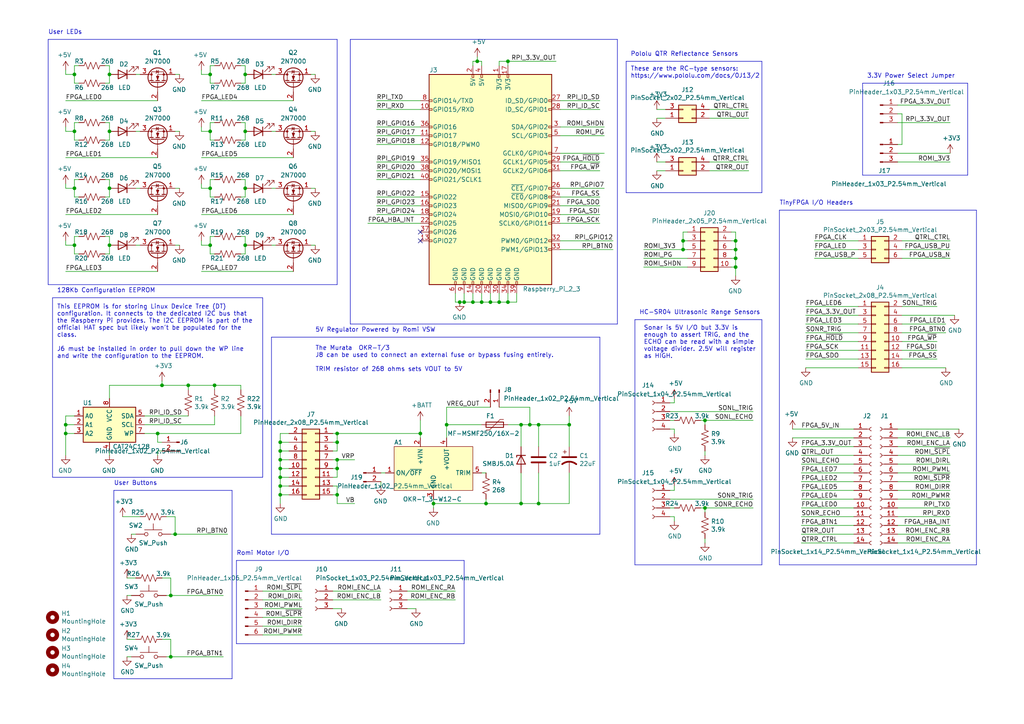
<source format=kicad_sch>
(kicad_sch (version 20230121) (generator eeschema)
  (paper "A4")
  (junction (at 31.75 38.1))
  (junction (at 97.79 135.89))
  (junction (at 198.12 72.39))
  (junction (at 60.96 38.1))
  (junction (at 151.13 123.19))
  (junction (at 54.61 111.76))
  (junction (at 156.21 146.05))
  (junction (at 213.36 72.39))
  (junction (at 213.36 69.85))
  (junction (at 19.05 125.73))
  (junction (at 125.73 146.05))
  (junction (at 81.28 140.97))
  (junction (at 81.28 128.27))
  (junction (at 129.54 123.19))
  (junction (at 60.96 71.12))
  (junction (at 60.96 21.59))
  (junction (at 19.05 123.19))
  (junction (at 81.28 138.43))
  (junction (at 97.79 143.51))
  (junction (at 121.92 125.73))
  (junction (at 31.75 21.59))
  (junction (at 62.23 111.76))
  (junction (at 49.53 172.72))
  (junction (at 71.12 38.1))
  (junction (at 81.28 130.81))
  (junction (at 138.43 17.78))
  (junction (at 147.32 87.63))
  (junction (at 21.59 54.61))
  (junction (at 204.47 147.32))
  (junction (at 21.59 71.12))
  (junction (at 156.21 123.19))
  (junction (at 97.79 128.27))
  (junction (at 31.75 54.61))
  (junction (at 46.99 111.76))
  (junction (at 71.12 71.12))
  (junction (at 204.47 121.92))
  (junction (at 31.75 71.12))
  (junction (at 213.36 74.93))
  (junction (at 213.36 77.47))
  (junction (at 165.1 123.19))
  (junction (at 133.35 87.63))
  (junction (at 140.97 146.05))
  (junction (at 153.67 123.19))
  (junction (at 137.16 87.63))
  (junction (at 134.62 87.63))
  (junction (at 139.7 87.63))
  (junction (at 71.12 54.61))
  (junction (at 45.72 125.73))
  (junction (at 198.12 69.85))
  (junction (at 151.13 146.05))
  (junction (at 21.59 38.1))
  (junction (at 97.79 125.73))
  (junction (at 81.28 135.89))
  (junction (at 81.28 143.51))
  (junction (at 50.8 154.94))
  (junction (at 71.12 21.59))
  (junction (at 147.32 17.78))
  (junction (at 97.79 133.35))
  (junction (at 81.28 133.35))
  (junction (at 49.53 190.5))
  (junction (at 60.96 54.61))
  (junction (at 144.78 87.63))
  (junction (at 142.24 87.63))
  (junction (at 21.59 21.59))
  (no_connect (at 121.92 67.31))
  (no_connect (at 121.92 69.85))
  (wire (pts (xy 205.74 34.29) (xy 217.17 34.29)))
  (wire (pts (xy 87.63 173.99) (xy 76.2 173.99)))
  (wire (pts (xy 96.52 125.73) (xy 97.79 125.73)))
  (wire (pts (xy 139.7 17.78) (xy 139.7 19.05)))
  (wire (pts (xy 233.68 101.6) (xy 248.92 101.6)))
  (wire (pts (xy 198.12 69.85) (xy 198.12 67.31)))
  (wire (pts (xy 45.72 125.73) (xy 69.85 125.73)))
  (wire (pts (xy 151.13 123.19) (xy 153.67 123.19)))
  (wire (pts (xy 38.1 172.72) (xy 36.83 172.72)))
  (polyline (pts (xy 280.67 24.13) (xy 250.19 24.13)))
  (wire (pts (xy 275.59 152.4) (xy 260.35 152.4)))
  (polyline (pts (xy 220.98 92.71) (xy 184.15 92.71)))
  (wire (pts (xy 81.28 130.81) (xy 83.82 130.81)))
  (wire (pts (xy 118.11 176.53) (xy 120.65 176.53)))
  (wire (pts (xy 144.78 19.05) (xy 144.78 17.78)))
  (wire (pts (xy 147.32 19.05) (xy 147.32 17.78)))
  (wire (pts (xy 198.12 67.31) (xy 199.39 67.31)))
  (wire (pts (xy 30.48 68.58) (xy 31.75 68.58)))
  (wire (pts (xy 177.8 69.85) (xy 162.56 69.85)))
  (wire (pts (xy 232.41 137.16) (xy 247.65 137.16)))
  (wire (pts (xy 193.04 34.29) (xy 190.5 34.29)))
  (wire (pts (xy 137.16 87.63) (xy 139.7 87.63)))
  (wire (pts (xy 125.73 146.05) (xy 140.97 146.05)))
  (wire (pts (xy 90.17 71.12) (xy 91.44 71.12)))
  (wire (pts (xy 213.36 74.93) (xy 213.36 77.47)))
  (wire (pts (xy 109.22 36.83) (xy 121.92 36.83)))
  (polyline (pts (xy 67.31 142.24) (xy 33.02 142.24)))
  (wire (pts (xy 60.96 21.59) (xy 60.96 19.05)))
  (wire (pts (xy 217.17 31.75) (xy 205.74 31.75)))
  (wire (pts (xy 109.22 62.23) (xy 121.92 62.23)))
  (polyline (pts (xy 226.06 60.96) (xy 283.21 60.96)))
  (wire (pts (xy 21.59 38.1) (xy 21.59 40.64)))
  (wire (pts (xy 97.79 146.05) (xy 102.87 146.05)))
  (wire (pts (xy 186.69 77.47) (xy 199.39 77.47)))
  (wire (pts (xy 50.8 154.94) (xy 66.04 154.94)))
  (wire (pts (xy 186.69 74.93) (xy 199.39 74.93)))
  (wire (pts (xy 193.04 46.99) (xy 190.5 46.99)))
  (wire (pts (xy 39.37 21.59) (xy 40.64 21.59)))
  (wire (pts (xy 147.32 17.78) (xy 161.29 17.78)))
  (wire (pts (xy 260.35 149.86) (xy 275.59 149.86)))
  (wire (pts (xy 275.59 127) (xy 260.35 127)))
  (wire (pts (xy 153.67 118.11) (xy 153.67 123.19)))
  (wire (pts (xy 194.31 144.78) (xy 218.44 144.78)))
  (wire (pts (xy 204.47 123.19) (xy 204.47 121.92)))
  (wire (pts (xy 203.2 147.32) (xy 204.47 147.32)))
  (wire (pts (xy 175.26 44.45) (xy 162.56 44.45)))
  (wire (pts (xy 31.75 68.58) (xy 31.75 71.12)))
  (wire (pts (xy 232.41 149.86) (xy 247.65 149.86)))
  (wire (pts (xy 81.28 130.81) (xy 81.28 133.35)))
  (wire (pts (xy 19.05 21.59) (xy 19.05 20.32)))
  (wire (pts (xy 39.37 38.1) (xy 40.64 38.1)))
  (wire (pts (xy 139.7 87.63) (xy 139.7 85.09)))
  (wire (pts (xy 260.35 132.08) (xy 275.59 132.08)))
  (wire (pts (xy 260.35 144.78) (xy 275.59 144.78)))
  (wire (pts (xy 21.59 57.15) (xy 22.86 57.15)))
  (wire (pts (xy 260.35 33.02) (xy 261.62 33.02)))
  (wire (pts (xy 109.22 39.37) (xy 121.92 39.37)))
  (wire (pts (xy 30.48 52.07) (xy 31.75 52.07)))
  (wire (pts (xy 144.78 87.63) (xy 147.32 87.63)))
  (wire (pts (xy 21.59 54.61) (xy 19.05 54.61)))
  (wire (pts (xy 232.41 142.24) (xy 247.65 142.24)))
  (wire (pts (xy 45.72 78.74) (xy 19.05 78.74)))
  (wire (pts (xy 96.52 171.45) (xy 110.49 171.45)))
  (wire (pts (xy 274.32 93.98) (xy 261.62 93.98)))
  (wire (pts (xy 233.68 106.68) (xy 248.92 106.68)))
  (wire (pts (xy 140.97 146.05) (xy 140.97 144.78)))
  (wire (pts (xy 49.53 185.42) (xy 49.53 190.5)))
  (wire (pts (xy 83.82 138.43) (xy 81.28 138.43)))
  (polyline (pts (xy 220.98 163.83) (xy 220.98 92.71)))
  (wire (pts (xy 96.52 143.51) (xy 97.79 143.51)))
  (wire (pts (xy 21.59 71.12) (xy 21.59 73.66)))
  (wire (pts (xy 78.74 54.61) (xy 80.01 54.61)))
  (wire (pts (xy 31.75 130.81) (xy 31.75 132.08)))
  (polyline (pts (xy 134.62 186.69) (xy 134.62 162.56)))
  (wire (pts (xy 71.12 73.66) (xy 69.85 73.66)))
  (polyline (pts (xy 179.07 11.43) (xy 101.6 11.43)))
  (wire (pts (xy 260.35 134.62) (xy 275.59 134.62)))
  (wire (pts (xy 261.62 101.6) (xy 271.78 101.6)))
  (wire (pts (xy 60.96 21.59) (xy 58.42 21.59)))
  (wire (pts (xy 162.56 57.15) (xy 173.99 57.15)))
  (polyline (pts (xy 250.19 50.8) (xy 280.67 50.8)))
  (wire (pts (xy 21.59 73.66) (xy 22.86 73.66)))
  (wire (pts (xy 96.52 176.53) (xy 99.06 176.53)))
  (wire (pts (xy 54.61 111.76) (xy 54.61 113.03)))
  (wire (pts (xy 71.12 35.56) (xy 71.12 38.1)))
  (wire (pts (xy 96.52 128.27) (xy 97.79 128.27)))
  (wire (pts (xy 85.09 62.23) (xy 58.42 62.23)))
  (wire (pts (xy 31.75 54.61) (xy 31.75 57.15)))
  (polyline (pts (xy 78.74 154.94) (xy 173.99 154.94)))
  (wire (pts (xy 109.22 57.15) (xy 121.92 57.15)))
  (polyline (pts (xy 68.58 162.56) (xy 68.58 186.69)))
  (wire (pts (xy 19.05 120.65) (xy 19.05 123.19)))
  (wire (pts (xy 175.26 54.61) (xy 162.56 54.61)))
  (wire (pts (xy 173.99 49.53) (xy 162.56 49.53)))
  (wire (pts (xy 60.96 71.12) (xy 60.96 73.66)))
  (wire (pts (xy 138.43 17.78) (xy 139.7 17.78)))
  (polyline (pts (xy 13.97 82.55) (xy 97.79 82.55)))
  (wire (pts (xy 139.7 137.16) (xy 140.97 137.16)))
  (wire (pts (xy 21.59 24.13) (xy 22.86 24.13)))
  (polyline (pts (xy 97.79 11.43) (xy 13.97 11.43)))
  (wire (pts (xy 58.42 54.61) (xy 58.42 53.34)))
  (wire (pts (xy 194.31 119.38) (xy 218.44 119.38)))
  (wire (pts (xy 134.62 87.63) (xy 137.16 87.63)))
  (wire (pts (xy 162.56 62.23) (xy 173.99 62.23)))
  (polyline (pts (xy 15.24 86.36) (xy 15.24 138.43)))
  (wire (pts (xy 213.36 72.39) (xy 213.36 74.93)))
  (wire (pts (xy 153.67 123.19) (xy 156.21 123.19)))
  (wire (pts (xy 83.82 143.51) (xy 81.28 143.51)))
  (wire (pts (xy 109.22 46.99) (xy 121.92 46.99)))
  (wire (pts (xy 260.35 41.91) (xy 261.62 41.91)))
  (wire (pts (xy 125.73 144.78) (xy 125.73 146.05)))
  (wire (pts (xy 149.86 87.63) (xy 149.86 85.09)))
  (wire (pts (xy 261.62 99.06) (xy 271.78 99.06)))
  (wire (pts (xy 21.59 71.12) (xy 21.59 68.58)))
  (wire (pts (xy 39.37 154.94) (xy 38.1 154.94)))
  (wire (pts (xy 45.72 128.27) (xy 45.72 125.73)))
  (wire (pts (xy 217.17 46.99) (xy 205.74 46.99)))
  (wire (pts (xy 142.24 87.63) (xy 144.78 87.63)))
  (wire (pts (xy 275.59 157.48) (xy 260.35 157.48)))
  (wire (pts (xy 81.28 128.27) (xy 83.82 128.27)))
  (wire (pts (xy 90.17 21.59) (xy 91.44 21.59)))
  (polyline (pts (xy 15.24 138.43) (xy 76.2 138.43)))
  (wire (pts (xy 97.79 125.73) (xy 97.79 128.27)))
  (wire (pts (xy 261.62 96.52) (xy 274.32 96.52)))
  (wire (pts (xy 41.91 125.73) (xy 45.72 125.73)))
  (wire (pts (xy 147.32 123.19) (xy 151.13 123.19)))
  (wire (pts (xy 81.28 125.73) (xy 83.82 125.73)))
  (wire (pts (xy 54.61 111.76) (xy 62.23 111.76)))
  (wire (pts (xy 97.79 143.51) (xy 97.79 140.97)))
  (wire (pts (xy 151.13 129.54) (xy 151.13 123.19)))
  (wire (pts (xy 21.59 54.61) (xy 21.59 52.07)))
  (wire (pts (xy 45.72 130.81) (xy 45.72 132.08)))
  (wire (pts (xy 97.79 135.89) (xy 97.79 133.35)))
  (polyline (pts (xy 184.15 92.71) (xy 184.15 163.83)))
  (wire (pts (xy 194.31 142.24) (xy 195.58 142.24)))
  (wire (pts (xy 19.05 125.73) (xy 19.05 132.08)))
  (wire (pts (xy 162.56 46.99) (xy 173.99 46.99)))
  (wire (pts (xy 21.59 120.65) (xy 19.05 120.65)))
  (wire (pts (xy 60.96 68.58) (xy 62.23 68.58)))
  (wire (pts (xy 232.41 157.48) (xy 247.65 157.48)))
  (wire (pts (xy 19.05 54.61) (xy 19.05 53.34)))
  (wire (pts (xy 121.92 125.73) (xy 121.92 127)))
  (wire (pts (xy 21.59 21.59) (xy 21.59 24.13)))
  (wire (pts (xy 83.82 135.89) (xy 81.28 135.89)))
  (wire (pts (xy 50.8 38.1) (xy 52.07 38.1)))
  (polyline (pts (xy 250.19 24.13) (xy 250.19 50.8)))
  (wire (pts (xy 31.75 111.76) (xy 46.99 111.76)))
  (wire (pts (xy 76.2 171.45) (xy 87.63 171.45)))
  (wire (pts (xy 69.85 68.58) (xy 71.12 68.58)))
  (wire (pts (xy 81.28 138.43) (xy 81.28 140.97)))
  (wire (pts (xy 30.48 19.05) (xy 31.75 19.05)))
  (wire (pts (xy 31.75 40.64) (xy 30.48 40.64)))
  (wire (pts (xy 110.49 139.7) (xy 110.49 140.97)))
  (wire (pts (xy 31.75 35.56) (xy 31.75 38.1)))
  (wire (pts (xy 60.96 35.56) (xy 62.23 35.56)))
  (wire (pts (xy 156.21 129.54) (xy 156.21 123.19)))
  (wire (pts (xy 260.35 35.56) (xy 275.59 35.56)))
  (wire (pts (xy 60.96 52.07) (xy 62.23 52.07)))
  (wire (pts (xy 60.96 38.1) (xy 60.96 35.56)))
  (wire (pts (xy 147.32 85.09) (xy 147.32 87.63)))
  (wire (pts (xy 97.79 140.97) (xy 96.52 140.97)))
  (wire (pts (xy 19.05 123.19) (xy 21.59 123.19)))
  (wire (pts (xy 132.08 173.99) (xy 118.11 173.99)))
  (wire (pts (xy 83.82 133.35) (xy 81.28 133.35)))
  (wire (pts (xy 69.85 111.76) (xy 69.85 113.03)))
  (wire (pts (xy 62.23 123.19) (xy 62.23 120.65)))
  (wire (pts (xy 109.22 41.91) (xy 121.92 41.91)))
  (wire (pts (xy 31.75 21.59) (xy 31.75 24.13)))
  (wire (pts (xy 71.12 38.1) (xy 71.12 40.64)))
  (wire (pts (xy 109.22 29.21) (xy 121.92 29.21)))
  (wire (pts (xy 213.36 77.47) (xy 213.36 80.01)))
  (wire (pts (xy 260.35 30.48) (xy 275.59 30.48)))
  (wire (pts (xy 175.26 39.37) (xy 162.56 39.37)))
  (wire (pts (xy 137.16 85.09) (xy 137.16 87.63)))
  (wire (pts (xy 275.59 137.16) (xy 260.35 137.16)))
  (wire (pts (xy 36.83 167.64) (xy 39.37 167.64)))
  (wire (pts (xy 21.59 54.61) (xy 21.59 57.15)))
  (polyline (pts (xy 97.79 82.55) (xy 97.79 11.43)))
  (wire (pts (xy 195.58 149.86) (xy 195.58 151.13)))
  (wire (pts (xy 21.59 21.59) (xy 21.59 19.05)))
  (wire (pts (xy 60.96 24.13) (xy 62.23 24.13)))
  (wire (pts (xy 233.68 99.06) (xy 248.92 99.06)))
  (wire (pts (xy 97.79 133.35) (xy 96.52 133.35)))
  (wire (pts (xy 248.92 91.44) (xy 233.68 91.44)))
  (wire (pts (xy 45.72 45.72) (xy 19.05 45.72)))
  (wire (pts (xy 21.59 40.64) (xy 22.86 40.64)))
  (polyline (pts (xy 101.6 93.98) (xy 179.07 93.98)))
  (wire (pts (xy 19.05 71.12) (xy 19.05 69.85)))
  (polyline (pts (xy 76.2 86.36) (xy 76.2 138.43)))
  (wire (pts (xy 76.2 181.61) (xy 87.63 181.61)))
  (wire (pts (xy 21.59 52.07) (xy 22.86 52.07)))
  (wire (pts (xy 46.99 167.64) (xy 49.53 167.64)))
  (wire (pts (xy 81.28 125.73) (xy 81.28 128.27)))
  (polyline (pts (xy 76.2 86.36) (xy 15.24 86.36)))
  (wire (pts (xy 97.79 128.27) (xy 97.79 130.81)))
  (wire (pts (xy 41.91 120.65) (xy 54.61 120.65)))
  (wire (pts (xy 45.72 62.23) (xy 19.05 62.23)))
  (wire (pts (xy 165.1 120.65) (xy 165.1 123.19)))
  (wire (pts (xy 97.79 138.43) (xy 97.79 135.89)))
  (wire (pts (xy 81.28 128.27) (xy 81.28 130.81)))
  (wire (pts (xy 45.72 29.21) (xy 19.05 29.21)))
  (wire (pts (xy 195.58 124.46) (xy 195.58 125.73)))
  (wire (pts (xy 85.09 29.21) (xy 58.42 29.21)))
  (wire (pts (xy 36.83 185.42) (xy 39.37 185.42)))
  (polyline (pts (xy 280.67 50.8) (xy 280.67 24.13)))
  (wire (pts (xy 132.08 87.63) (xy 133.35 87.63)))
  (wire (pts (xy 212.09 74.93) (xy 213.36 74.93)))
  (wire (pts (xy 133.35 87.63) (xy 134.62 87.63)))
  (wire (pts (xy 162.56 59.69) (xy 173.99 59.69)))
  (wire (pts (xy 232.41 134.62) (xy 247.65 134.62)))
  (wire (pts (xy 71.12 21.59) (xy 71.12 24.13)))
  (wire (pts (xy 45.72 130.81) (xy 46.99 130.81)))
  (wire (pts (xy 69.85 19.05) (xy 71.12 19.05)))
  (wire (pts (xy 195.58 142.24) (xy 195.58 140.97)))
  (wire (pts (xy 213.36 69.85) (xy 213.36 72.39)))
  (wire (pts (xy 31.75 115.57) (xy 31.75 111.76)))
  (wire (pts (xy 140.97 146.05) (xy 151.13 146.05)))
  (wire (pts (xy 232.41 144.78) (xy 247.65 144.78)))
  (wire (pts (xy 247.65 124.46) (xy 229.87 124.46)))
  (wire (pts (xy 110.49 173.99) (xy 96.52 173.99)))
  (wire (pts (xy 21.59 68.58) (xy 22.86 68.58)))
  (wire (pts (xy 129.54 123.19) (xy 139.7 123.19)))
  (wire (pts (xy 134.62 85.09) (xy 134.62 87.63)))
  (wire (pts (xy 49.53 190.5) (xy 64.77 190.5)))
  (wire (pts (xy 261.62 33.02) (xy 261.62 41.91)))
  (wire (pts (xy 204.47 157.48) (xy 204.47 156.21)))
  (wire (pts (xy 213.36 67.31) (xy 213.36 69.85)))
  (wire (pts (xy 204.47 148.59) (xy 204.47 147.32)))
  (wire (pts (xy 142.24 118.11) (xy 129.54 118.11)))
  (wire (pts (xy 60.96 19.05) (xy 62.23 19.05)))
  (wire (pts (xy 87.63 184.15) (xy 76.2 184.15)))
  (wire (pts (xy 132.08 85.09) (xy 132.08 87.63)))
  (wire (pts (xy 194.31 149.86) (xy 195.58 149.86)))
  (wire (pts (xy 204.47 132.08) (xy 204.47 130.81)))
  (wire (pts (xy 97.79 130.81) (xy 96.52 130.81)))
  (polyline (pts (xy 78.74 97.79) (xy 78.74 154.94)))
  (wire (pts (xy 31.75 24.13) (xy 30.48 24.13)))
  (wire (pts (xy 71.12 24.13) (xy 69.85 24.13)))
  (wire (pts (xy 204.47 147.32) (xy 218.44 147.32)))
  (wire (pts (xy 71.12 52.07) (xy 71.12 54.61)))
  (wire (pts (xy 121.92 121.92) (xy 121.92 125.73)))
  (wire (pts (xy 194.31 116.84) (xy 195.58 116.84)))
  (wire (pts (xy 83.82 140.97) (xy 81.28 140.97)))
  (wire (pts (xy 81.28 133.35) (xy 81.28 135.89)))
  (wire (pts (xy 90.17 38.1) (xy 91.44 38.1)))
  (wire (pts (xy 31.75 73.66) (xy 30.48 73.66)))
  (wire (pts (xy 247.65 129.54) (xy 232.41 129.54)))
  (wire (pts (xy 232.41 152.4) (xy 247.65 152.4)))
  (wire (pts (xy 132.08 171.45) (xy 118.11 171.45)))
  (wire (pts (xy 109.22 31.75) (xy 121.92 31.75)))
  (wire (pts (xy 186.69 72.39) (xy 198.12 72.39)))
  (wire (pts (xy 233.68 93.98) (xy 248.92 93.98)))
  (wire (pts (xy 71.12 40.64) (xy 69.85 40.64)))
  (wire (pts (xy 193.04 49.53) (xy 190.5 49.53)))
  (wire (pts (xy 81.28 140.97) (xy 81.28 143.51)))
  (wire (pts (xy 232.41 147.32) (xy 247.65 147.32)))
  (wire (pts (xy 121.92 64.77) (xy 106.68 64.77)))
  (wire (pts (xy 232.41 132.08) (xy 247.65 132.08)))
  (wire (pts (xy 212.09 69.85) (xy 213.36 69.85)))
  (wire (pts (xy 260.35 46.99) (xy 275.59 46.99)))
  (polyline (pts (xy 181.61 17.78) (xy 181.61 55.88)))
  (wire (pts (xy 151.13 146.05) (xy 151.13 137.16)))
  (wire (pts (xy 144.78 17.78) (xy 147.32 17.78)))
  (wire (pts (xy 151.13 146.05) (xy 156.21 146.05)))
  (wire (pts (xy 60.96 73.66) (xy 62.23 73.66)))
  (wire (pts (xy 21.59 35.56) (xy 22.86 35.56)))
  (wire (pts (xy 81.28 143.51) (xy 81.28 146.05)))
  (polyline (pts (xy 134.62 162.56) (xy 68.58 162.56)))
  (wire (pts (xy 60.96 54.61) (xy 58.42 54.61)))
  (wire (pts (xy 195.58 147.32) (xy 194.31 147.32)))
  (wire (pts (xy 69.85 125.73) (xy 69.85 120.65)))
  (wire (pts (xy 85.09 78.74) (xy 58.42 78.74)))
  (wire (pts (xy 62.23 111.76) (xy 69.85 111.76)))
  (wire (pts (xy 21.59 38.1) (xy 21.59 35.56)))
  (wire (pts (xy 147.32 87.63) (xy 149.86 87.63)))
  (wire (pts (xy 39.37 54.61) (xy 40.64 54.61)))
  (wire (pts (xy 156.21 123.19) (xy 165.1 123.19)))
  (wire (pts (xy 121.92 59.69) (xy 109.22 59.69)))
  (wire (pts (xy 204.47 121.92) (xy 218.44 121.92)))
  (wire (pts (xy 129.54 127) (xy 129.54 123.19)))
  (wire (pts (xy 46.99 111.76) (xy 54.61 111.76)))
  (wire (pts (xy 71.12 68.58) (xy 71.12 71.12)))
  (wire (pts (xy 49.53 154.94) (xy 50.8 154.94)))
  (wire (pts (xy 60.96 38.1) (xy 58.42 38.1)))
  (wire (pts (xy 60.96 21.59) (xy 60.96 24.13)))
  (polyline (pts (xy 220.98 17.78) (xy 220.98 55.88)))
  (wire (pts (xy 71.12 19.05) (xy 71.12 21.59)))
  (polyline (pts (xy 283.21 163.83) (xy 226.06 163.83)))
  (wire (pts (xy 60.96 54.61) (xy 60.96 52.07)))
  (wire (pts (xy 261.62 104.14) (xy 271.78 104.14)))
  (wire (pts (xy 194.31 121.92) (xy 195.58 121.92)))
  (wire (pts (xy 248.92 72.39) (xy 236.22 72.39)))
  (wire (pts (xy 58.42 21.59) (xy 58.42 20.32)))
  (wire (pts (xy 78.74 38.1) (xy 80.01 38.1)))
  (polyline (pts (xy 173.99 97.79) (xy 173.99 154.94)))
  (wire (pts (xy 199.39 69.85) (xy 198.12 69.85)))
  (wire (pts (xy 248.92 69.85) (xy 236.22 69.85)))
  (wire (pts (xy 125.73 146.05) (xy 125.73 147.32)))
  (wire (pts (xy 81.28 135.89) (xy 81.28 138.43)))
  (polyline (pts (xy 226.06 60.96) (xy 226.06 163.83)))
  (wire (pts (xy 96.52 138.43) (xy 97.79 138.43)))
  (polyline (pts (xy 68.58 186.69) (xy 134.62 186.69)))
  (wire (pts (xy 69.85 35.56) (xy 71.12 35.56)))
  (wire (pts (xy 48.26 172.72) (xy 49.53 172.72)))
  (wire (pts (xy 137.16 17.78) (xy 138.43 17.78)))
  (wire (pts (xy 78.74 21.59) (xy 80.01 21.59)))
  (wire (pts (xy 261.62 106.68) (xy 274.32 106.68)))
  (wire (pts (xy 30.48 35.56) (xy 31.75 35.56)))
  (wire (pts (xy 87.63 179.07) (xy 76.2 179.07)))
  (wire (pts (xy 275.59 142.24) (xy 260.35 142.24)))
  (polyline (pts (xy 181.61 55.88) (xy 220.98 55.88)))
  (wire (pts (xy 58.42 71.12) (xy 58.42 69.85)))
  (wire (pts (xy 110.49 137.16) (xy 111.76 137.16)))
  (wire (pts (xy 71.12 54.61) (xy 71.12 57.15)))
  (wire (pts (xy 50.8 149.86) (xy 50.8 154.94)))
  (wire (pts (xy 50.8 21.59) (xy 52.07 21.59)))
  (wire (pts (xy 233.68 88.9) (xy 248.92 88.9)))
  (polyline (pts (xy 184.15 163.83) (xy 220.98 163.83)))
  (wire (pts (xy 97.79 143.51) (xy 97.79 146.05)))
  (wire (pts (xy 156.21 146.05) (xy 165.1 146.05)))
  (polyline (pts (xy 33.02 196.85) (xy 67.31 196.85)))
  (wire (pts (xy 212.09 77.47) (xy 213.36 77.47)))
  (wire (pts (xy 260.35 139.7) (xy 275.59 139.7)))
  (wire (pts (xy 232.41 139.7) (xy 247.65 139.7)))
  (wire (pts (xy 156.21 137.16) (xy 156.21 146.05)))
  (wire (pts (xy 48.26 149.86) (xy 50.8 149.86)))
  (wire (pts (xy 142.24 85.09) (xy 142.24 87.63)))
  (wire (pts (xy 195.58 116.84) (xy 195.58 115.57)))
  (wire (pts (xy 21.59 38.1) (xy 19.05 38.1)))
  (wire (pts (xy 165.1 146.05) (xy 165.1 137.16)))
  (wire (pts (xy 48.26 190.5) (xy 49.53 190.5)))
  (wire (pts (xy 60.96 57.15) (xy 62.23 57.15)))
  (wire (pts (xy 212.09 72.39) (xy 213.36 72.39)))
  (wire (pts (xy 261.62 69.85) (xy 275.59 69.85)))
  (wire (pts (xy 46.99 110.49) (xy 46.99 111.76)))
  (wire (pts (xy 212.09 67.31) (xy 213.36 67.31)))
  (wire (pts (xy 275.59 44.45) (xy 260.35 44.45)))
  (wire (pts (xy 139.7 87.63) (xy 142.24 87.63)))
  (wire (pts (xy 261.62 91.44) (xy 276.86 91.44)))
  (wire (pts (xy 76.2 176.53) (xy 87.63 176.53)))
  (wire (pts (xy 31.75 38.1) (xy 31.75 40.64)))
  (wire (pts (xy 71.12 57.15) (xy 69.85 57.15)))
  (polyline (pts (xy 101.6 11.43) (xy 101.6 93.98)))
  (wire (pts (xy 31.75 57.15) (xy 30.48 57.15)))
  (wire (pts (xy 49.53 167.64) (xy 49.53 172.72)))
  (wire (pts (xy 198.12 72.39) (xy 198.12 69.85)))
  (wire (pts (xy 173.99 64.77) (xy 162.56 64.77)))
  (wire (pts (xy 45.72 128.27) (xy 46.99 128.27)))
  (wire (pts (xy 50.8 54.61) (xy 52.07 54.61)))
  (wire (pts (xy 275.59 129.54) (xy 260.35 129.54)))
  (wire (pts (xy 260.35 124.46) (xy 278.13 124.46)))
  (wire (pts (xy 261.62 74.93) (xy 275.59 74.93)))
  (wire (pts (xy 194.31 124.46) (xy 195.58 124.46)))
  (wire (pts (xy 19.05 123.19) (xy 19.05 125.73)))
  (wire (pts (xy 38.1 190.5) (xy 36.83 190.5)))
  (wire (pts (xy 60.96 71.12) (xy 58.42 71.12)))
  (wire (pts (xy 193.04 31.75) (xy 190.5 31.75)))
  (wire (pts (xy 144.78 118.11) (xy 153.67 118.11)))
  (wire (pts (xy 60.96 38.1) (xy 60.96 40.64)))
  (wire (pts (xy 177.8 72.39) (xy 162.56 72.39)))
  (wire (pts (xy 109.22 52.07) (xy 121.92 52.07)))
  (wire (pts (xy 19.05 38.1) (xy 19.05 36.83)))
  (wire (pts (xy 50.8 71.12) (xy 52.07 71.12)))
  (polyline (pts (xy 13.97 11.43) (xy 13.97 82.55)))
  (polyline (pts (xy 67.31 196.85) (xy 67.31 142.24)))
  (wire (pts (xy 90.17 54.61) (xy 91.44 54.61)))
  (wire (pts (xy 247.65 127) (xy 229.87 127)))
  (wire (pts (xy 21.59 71.12) (xy 19.05 71.12)))
  (wire (pts (xy 97.79 125.73) (xy 121.92 125.73)))
  (wire (pts (xy 46.99 185.42) (xy 49.53 185.42)))
  (wire (pts (xy 261.62 88.9) (xy 271.78 88.9)))
  (wire (pts (xy 69.85 52.07) (xy 71.12 52.07)))
  (wire (pts (xy 58.42 38.1) (xy 58.42 36.83)))
  (polyline (pts (xy 33.02 142.24) (xy 33.02 196.85)))
  (wire (pts (xy 62.23 113.03) (xy 62.23 111.76)))
  (wire (pts (xy 162.56 31.75) (xy 173.99 31.75)))
  (wire (pts (xy 60.96 54.61) (xy 60.96 57.15)))
  (wire (pts (xy 71.12 71.12) (xy 71.12 73.66)))
  (wire (pts (xy 261.62 72.39) (xy 275.59 72.39)))
  (wire (pts (xy 97.79 133.35) (xy 102.87 133.35)))
  (polyline (pts (xy 179.07 93.98) (xy 179.07 11.43)))
  (wire (pts (xy 21.59 19.05) (xy 22.86 19.05)))
  (wire (pts (xy 203.2 121.92) (xy 204.47 121.92)))
  (polyline (pts (xy 283.21 60.96) (xy 283.21 163.83)))
  (wire (pts (xy 96.52 135.89) (xy 97.79 135.89)))
  (wire (pts (xy 21.59 21.59) (xy 19.05 21.59)))
  (wire (pts (xy 248.92 104.14) (xy 233.68 104.14)))
  (wire (pts (xy 144.78 85.09) (xy 144.78 87.63)))
  (wire (pts (xy 233.68 96.52) (xy 248.92 96.52)))
  (wire (pts (xy 60.96 40.64) (xy 62.23 40.64)))
  (wire (pts (xy 138.43 16.51) (xy 138.43 17.78)))
  (wire (pts (xy 275.59 147.32) (xy 260.35 147.32)))
  (wire (pts (xy 165.1 123.19) (xy 165.1 129.54)))
  (wire (pts (xy 199.39 72.39) (xy 198.12 72.39)))
  (wire (pts (xy 31.75 52.07) (xy 31.75 54.61)))
  (wire (pts (xy 275.59 154.94) (xy 260.35 154.94)))
  (wire (pts (xy 175.26 36.83) (xy 162.56 36.83)))
  (polyline (pts (xy 173.99 97.79) (xy 78.74 97.79)))
  (wire (pts (xy 205.74 49.53) (xy 217.17 49.53)))
  (wire (pts (xy 232.41 154.94) (xy 247.65 154.94)))
  (wire (pts (xy 39.37 71.12) (xy 40.64 71.12)))
  (wire (pts (xy 85.09 45.72) (xy 58.42 45.72)))
  (wire (pts (xy 31.75 71.12) (xy 31.75 73.66)))
  (wire (pts (xy 162.56 29.21) (xy 173.99 29.21)))
  (wire (pts (xy 137.16 19.05) (xy 137.16 17.78)))
  (wire (pts (xy 109.22 49.53) (xy 121.92 49.53)))
  (wire (pts (xy 31.75 19.05) (xy 31.75 21.59)))
  (wire (pts (xy 129.54 118.11) (xy 129.54 123.19)))
  (wire (pts (xy 35.56 149.86) (xy 40.64 149.86)))
  (wire (pts (xy 21.59 125.73) (xy 19.05 125.73)))
  (wire (pts (xy 41.91 123.19) (xy 62.23 123.19)))
  (polyline (pts (xy 181.61 17.78) (xy 220.98 17.78)))
  (wire (pts (xy 60.96 71.12) (xy 60.96 68.58)))
  (wire (pts (xy 49.53 172.72) (xy 64.77 172.72)))
  (wire (pts (xy 78.74 71.12) (xy 80.01 71.12)))
  (wire (pts (xy 236.22 74.93) (xy 248.92 74.93)))
  (text "This EEPROM is for storing Linux Device Tree (DT)\nconfiguration. It connects to the dedicated I2C bus that\nthe Raspberry Pi provides. The I2C EEPROM is part of the\nofficial HAT spec but likely won't be populated for the\nclass.\n\nJ6 must be installed in order to pull down the WP line\nand write the configuration to the EEPROM." (at 16.51 104.14 0) (effects (font (size 1.27 1.27)) (justify left bottom)))
  (text "These are the RC-type sensors:\nhttps://www.pololu.com/docs/0J13/2" (at 182.88 22.86 0) (effects (font (size 1.27 1.27)) (justify left bottom)))
  (text "3.3V Power Select Jumper" (at 251.46 22.86 0) (effects (font (size 1.27 1.27)) (justify left bottom)))
  (text "HC-SR04 Ultrasonic Range Sensors" (at 185.42 91.44 0) (effects (font (size 1.27 1.27)) (justify left bottom)))
  (text "User Buttons" (at 33.02 140.97 0) (effects (font (size 1.27 1.27)) (justify left bottom)))
  (text "128Kb Configuration EEPROM" (at 16.51 85.09 0) (effects (font (size 1.27 1.27)) (justify left bottom)))
  (text "5V Regulator Powered by Romi VSW" (at 91.44 96.52 0) (effects (font (size 1.27 1.27)) (justify left bottom)))
  (text "Romi Motor I/O" (at 68.58 161.29 0) (effects (font (size 1.27 1.27)) (justify left bottom)))
  (text "The Murata  OKR-T/3 \nJ8 can be used to connect an external fuse or bypass fusing entirely.\n\nTRIM resistor of 268 ohms sets VOUT to 5V" (at 91.44 107.95 0) (effects (font (size 1.27 1.27)) (justify left bottom)))
  (text "Sonar is 5V I/O but 3.3V is\nenough to assert TRIG, and the\nECHO can be read with a simple\nvoltage divider. 2.5V will register\nas HIGH." (at 186.69 104.14 0) (effects (font (size 1.27 1.27)) (justify left bottom)))
  (text "Pololu QTR Reflectance Sensors" (at 182.88 16.51 0) (effects (font (size 1.27 1.27)) (justify left bottom)))
  (text "TinyFPGA I/O Headers" (at 226.06 59.69 0) (effects (font (size 1.27 1.27)) (justify left bottom)))
  (text "User LEDs" (at 13.97 10.16 0) (effects (font (size 1.27 1.27)) (justify left bottom)))
  (label "RPI_TXD" (at 275.59 147.32 180))
  (label "ROMI_ENC_RA" (at 132.08 171.45 180))
  (label "QTRL_CTRL" (at 275.59 69.85 180))
  (label "RPI_GPIO7" (at 175.26 54.61 180))
  (label "RPI_RXD" (at 275.59 149.86 180))
  (label "ROMI_PWMR" (at 87.63 184.15 180))
  (label "FPGA_USB_N" (at 275.59 74.93 180))
  (label "RPI_ID_SD" (at 173.99 29.21 180))
  (label "ROMI_SHDN" (at 186.69 77.47 0))
  (label "FPGA_SS" (at 173.99 57.15 180))
  (label "QTRL_CTRL" (at 217.17 31.75 180))
  (label "FPGA_~{HOLD}" (at 173.99 46.99 180))
  (label "FPGA_LED4" (at 232.41 144.78 0))
  (label "FPGA_CLK" (at 236.22 69.85 0))
  (label "FPGA_SDI" (at 173.99 62.23 180))
  (label "ROMI_DIRL" (at 275.59 134.62 180))
  (label "ROMI_SHDN" (at 175.26 36.83 180))
  (label "FPGA_LED7" (at 232.41 137.16 0))
  (label "ROMI_DIRL" (at 87.63 173.99 180))
  (label "SONR_TRIG" (at 218.44 144.78 180))
  (label "ROMI_~{SLPL}" (at 275.59 132.08 180))
  (label "FPGA_~{WP}" (at 173.99 49.53 180))
  (label "VRP" (at 102.87 133.35 180))
  (label "RPI_GPIO20" (at 109.22 49.53 0))
  (label "FPGA_BTN1" (at 64.77 190.5 180))
  (label "FPGA_LED4" (at 58.42 29.21 0))
  (label "RPI_GPIO23" (at 109.22 59.69 0))
  (label "FPGA_LED" (at 236.22 72.39 0))
  (label "RPI_GPIO18" (at 109.22 41.91 0))
  (label "FPGA_BTN0" (at 64.77 172.72 180))
  (label "ROMI_PG" (at 186.69 74.93 0))
  (label "RPI_RXD" (at 109.22 31.75 0))
  (label "FPGA_~{WP}" (at 271.78 99.06 180))
  (label "SONR_TRIG" (at 233.68 96.52 0))
  (label "RPI_BTN0" (at 177.8 72.39 180))
  (label "FPGA_3.3V_OUT" (at 233.68 91.44 0))
  (label "FPGA_LED2" (at 19.05 62.23 0))
  (label "RPI_GPIO22" (at 109.22 57.15 0))
  (label "FPGA_USB_P" (at 236.22 74.93 0))
  (label "FPGA_3.3V_OUT" (at 275.59 30.48 180))
  (label "FPGA_3.3V_OUT" (at 232.41 129.54 0))
  (label "FPGA_SCK" (at 173.99 64.77 180))
  (label "SONL_ECHO" (at 218.44 121.92 180))
  (label "RPI_GPIO21" (at 109.22 52.07 0))
  (label "FPGA_LED0" (at 19.05 29.21 0))
  (label "FPGA_LED7" (at 58.42 78.74 0))
  (label "FPGA_LED2" (at 232.41 139.7 0))
  (label "ROMI_ENC_LB" (at 275.59 127 180))
  (label "ROMI_ENC_RA" (at 275.59 157.48 180))
  (label "FPGA_LED6" (at 233.68 88.9 0))
  (label "FPGA_BTN1" (at 232.41 152.4 0))
  (label "ROMI_ENC_LA" (at 275.59 129.54 180))
  (label "FPGA_LED1" (at 274.32 93.98 180))
  (label "ROMI_DIRR" (at 275.59 142.24 180))
  (label "ROMI_~{SLPR}" (at 275.59 139.7 180))
  (label "ROMI_ENC_RB" (at 275.59 154.94 180))
  (label "FPGA_USB_PU" (at 275.59 72.39 180))
  (label "SONL_TRIG" (at 218.44 119.38 180))
  (label "ROMI_DIRR" (at 87.63 181.61 180))
  (label "FPGA_BTN0" (at 274.32 96.52 180))
  (label "RPI_ID_SC" (at 43.18 123.19 0))
  (label "RPI_3.3V_OUT" (at 161.29 17.78 180))
  (label "ROMI_3V3" (at 186.69 72.39 0))
  (label "ROMI_PWML" (at 87.63 176.53 180))
  (label "SONL_TRIG" (at 271.78 88.9 180))
  (label "QTRR_CTRL" (at 232.41 157.48 0))
  (label "RPI_ID_SD" (at 43.18 120.65 0))
  (label "QTRL_OUT" (at 217.17 34.29 180))
  (label "RPI_TXD" (at 109.22 29.21 0))
  (label "QTRR_CTRL" (at 217.17 46.99 180))
  (label "ROMI_3V3" (at 275.59 46.99 180))
  (label "VB" (at 102.87 146.05 180))
  (label "FPGA_LED0" (at 232.41 147.32 0))
  (label "ROMI_~{SLPL}" (at 87.63 171.45 180))
  (label "QTRR_OUT" (at 232.41 154.94 0))
  (label "ROMI_PWML" (at 275.59 137.16 180))
  (label "FPGA_LED6" (at 58.42 62.23 0))
  (label "FPGA_~{HOLD}" (at 233.68 99.06 0))
  (label "FPGA_LED5" (at 232.41 142.24 0))
  (label "RPI_GPIO12" (at 177.8 69.85 180))
  (label "FPGA_SDO" (at 233.68 104.14 0))
  (label "VREG_OUT" (at 129.54 118.11 0))
  (label "FPGA_LED5" (at 58.42 45.72 0))
  (label "FPGA_SS" (at 271.78 104.14 180))
  (label "FPGA_LED1" (at 19.05 45.72 0))
  (label "FPGA_HBA_INT" (at 106.68 64.77 0))
  (label "ROMI_ENC_LB" (at 110.49 173.99 180))
  (label "RPI_GPIO24" (at 109.22 62.23 0))
  (label "ROMI_ENC_RB" (at 132.08 173.99 180))
  (label "RPI_ID_SC" (at 173.99 31.75 180))
  (label "SONR_ECHO" (at 218.44 147.32 180))
  (label "ROMI_~{SLPR}" (at 87.63 179.07 180))
  (label "FPGA_SDI" (at 271.78 101.6 180))
  (label "FPGA_LED3" (at 19.05 78.74 0))
  (label "RPI_3.3V_OUT" (at 275.59 35.56 180))
  (label "FPGA_SDO" (at 173.99 59.69 180))
  (label "ROMI_ENC_LA" (at 110.49 171.45 180))
  (label "RPI_GPIO17" (at 109.22 39.37 0))
  (label "SONR_ECHO" (at 232.41 149.86 0))
  (label "RPI_GPIO16" (at 109.22 36.83 0))
  (label "ROMI_PWMR" (at 275.59 144.78 180))
  (label "RPI_GPIO19" (at 109.22 46.99 0))
  (label "SONL_ECHO" (at 232.41 134.62 0))
  (label "QTRL_OUT" (at 232.41 132.08 0))
  (label "FPGA_SCK" (at 233.68 101.6 0))
  (label "FPGA_5V_IN" (at 232.41 124.46 0))
  (label "FPGA_LED3" (at 233.68 93.98 0))
  (label "RPI_BTN0" (at 66.04 154.94 180))
  (label "FPGA_HBA_INT" (at 275.59 152.4 180))
  (label "QTRR_OUT" (at 217.17 49.53 180))
  (label "ROMI_PG" (at 175.26 39.37 180))
  (symbol (lib_id "Connector:Raspberry_Pi_2_3") (at 142.24 52.07 0) (unit 1)
    (property "Reference" "J3" (at 125.73 20.32 0))
    (property "Value" "Raspberry_Pi_2_3" (at 160.02 83.82 0))
    (property "Footprint" "Connector_PinSocket_2.54mm:PinSocket_2x20_P2.54mm_Horizontal" (effects hide))
    (property "Datasheet" "https://www.raspberrypi.org/documentation/hardware/raspberrypi/schematics/rpi_SCH_3bplus_1p0_reduced.pdf" (effects hide))
  )
  (symbol (lib_id "tinyfpga-raspi-romi-board-rescue:Conn_01x14_Female-Connector") (at 252.73 139.7 0) (unit 1)
    (property "Reference" "J2" (at 251.46 120.65 0))
    (property "Value" "PinSocket_1x14_P2.54mm_Vertical" (at 240.03 160.02 0))
    (property "Footprint" "Connector_PinSocket_2.54mm:PinSocket_1x14_P2.54mm_Vertical" (effects hide))
  )
  (symbol (lib_id "tinyfpga-raspi-romi-board-rescue:Conn_01x14_Female-Connector") (at 255.27 139.7 0) (mirror y) (unit 1)
    (property "Reference" "J1" (at 256.54 120.65 0))
    (property "Value" "PinSocket_1x14_P2.54mm_Vertical" (at 267.97 160.02 0))
    (property "Footprint" "Connector_PinSocket_2.54mm:PinSocket_1x14_P2.54mm_Vertical" (effects hide))
  )
  (symbol (lib_id "Connector_Generic:Conn_02x08_Odd_Even") (at 254 96.52 0) (unit 1)
    (property "Reference" "J4" (at 255.27 83.3882 0))
    (property "Value" "PinSocket_2x08_P2.54mm_Vertical" (at 255.27 85.6996 0))
    (property "Footprint" "Connector_PinSocket_2.54mm:PinSocket_2x08_P2.54mm_Vertical" (effects hide))
  )
  (symbol (lib_id "Connector_Generic:Conn_02x03_Odd_Even") (at 254 72.39 0) (unit 1)
    (property "Reference" "J5" (at 255.27 64.3382 0))
    (property "Value" "PinSocket_2x03_P2.54mm_Vertical" (at 255.27 66.6496 0))
    (property "Footprint" "Connector_PinSocket_2.54mm:PinSocket_2x03_P2.54mm_Vertical" (effects hide))
  )
  (symbol (lib_id "tinyfpga-raspi-romi-board-rescue:OKR-T_3-W12-C-custom") (at 125.73 135.89 0) (unit 1)
    (property "Reference" "A1" (at 114.3 128.27 0) (effects (justify left)))
    (property "Value" "OKR-T_3-W12-C" (at 116.84 144.78 0) (effects (justify left)))
    (property "Footprint" "custom:Murata_OKR-T-3_P73" (effects hide))
    (property "Datasheet" "https://power.murata.com/data/power/okr-t3-w12.pdf" (effects hide))
  )
  (symbol (lib_id "Memory_EEPROM:CAT24C128") (at 31.75 123.19 0) (unit 1)
    (property "Reference" "U1" (at 25.4 116.84 0))
    (property "Value" "CAT24C128" (at 38.1 129.54 0))
    (property "Footprint" "Package_SO:SOIC-8_3.9x4.9mm_P1.27mm" (effects hide))
    (property "Datasheet" "https://www.onsemi.com/pub/Collateral/CAT24C128-D.PDF" (effects hide))
  )
  (symbol (lib_id "power:GND") (at 19.05 132.08 0) (mirror y) (unit 1)
    (property "Reference" "#PWR05" (effects hide))
    (property "Value" "GND" (at 18.923 136.4742 0))
  )
  (symbol (lib_id "power:GND") (at 31.75 132.08 0) (mirror y) (unit 1)
    (property "Reference" "#PWR06" (effects hide))
    (property "Value" "GND" (at 31.623 136.4742 0))
  )
  (symbol (lib_id "Device:R_US") (at 54.61 116.84 180) (unit 1)
    (property "Reference" "R1" (at 56.3372 115.6716 0) (effects (justify right)))
    (property "Value" "3.9k" (at 56.3372 117.983 0) (effects (justify right)))
    (property "Footprint" "Resistor_THT:R_Axial_DIN0204_L3.6mm_D1.6mm_P2.54mm_Vertical" (effects hide))
  )
  (symbol (lib_id "Device:R_US") (at 62.23 116.84 180) (unit 1)
    (property "Reference" "R2" (at 63.9572 115.6716 0) (effects (justify right)))
    (property "Value" "3.9k" (at 63.9572 117.983 0) (effects (justify right)))
    (property "Footprint" "Resistor_THT:R_Axial_DIN0204_L3.6mm_D1.6mm_P2.54mm_Vertical" (effects hide))
  )
  (symbol (lib_id "power:GND") (at 229.87 127 0) (mirror y) (unit 1)
    (property "Reference" "#PWR03" (effects hide))
    (property "Value" "GND" (at 229.743 131.3942 0))
  )
  (symbol (lib_id "tinyfpga-raspi-romi-board-rescue:+3.3V-power") (at 46.99 110.49 0) (unit 1)
    (property "Reference" "#PWR04" (effects hide))
    (property "Value" "+3.3V" (at 47.371 106.0958 0))
  )
  (symbol (lib_id "tinyfpga-raspi-romi-board-rescue:Conn_01x02_Male-Connector") (at 52.07 128.27 0) (mirror y) (unit 1)
    (property "Reference" "J6" (at 54.61 128.27 0) (effects (justify left)))
    (property "Value" "PinHeader_1x02_P2.54mm_Vertical" (at 60.96 130.81 0) (effects (justify left)))
    (property "Footprint" "Connector_PinHeader_2.54mm:PinHeader_1x02_P2.54mm_Vertical" (effects hide))
  )
  (symbol (lib_id "power:GND") (at 45.72 132.08 0) (mirror y) (unit 1)
    (property "Reference" "#PWR07" (effects hide))
    (property "Value" "GND" (at 45.593 136.4742 0))
  )
  (symbol (lib_id "Device:Polyfuse") (at 143.51 123.19 270) (unit 1)
    (property "Reference" "F1" (at 142.24 120.65 90))
    (property "Value" " MF-MSMF250/16X-2" (at 139.7 125.73 90))
    (property "Footprint" "Fuse:Fuse_1812_4532Metric_Pad1.30x3.40mm_HandSolder" (effects hide))
  )
  (symbol (lib_id "Device:D_Zener") (at 151.13 133.35 90) (mirror x) (unit 1)
    (property "Reference" "D1" (at 149.1234 132.1816 90) (effects (justify left)))
    (property "Value" "SMBJ5.0A" (at 149.1234 134.493 90) (effects (justify left)))
    (property "Footprint" "Diode_SMD:D_SMB_Handsoldering" (effects hide))
    (property "Datasheet" "https://www.littelfuse.com/~/media/electronics/datasheets/tvs_diodes/littelfuse_tvs_diode_smbj_datasheet.pdf.pdf" (effects hide))
    (property "Datasheet" "https://media.digikey.com/pdf/Data%20Sheets/Littelfuse%20PDFs/SMBJ_Series_Marking.pdf" (effects hide))
  )
  (symbol (lib_id "power:+BATT") (at 121.92 121.92 0) (unit 1)
    (property "Reference" "#PWR011" (effects hide))
    (property "Value" "+BATT" (at 122.301 117.5258 0))
  )
  (symbol (lib_id "power:GND") (at 125.73 147.32 0) (mirror y) (unit 1)
    (property "Reference" "#PWR014" (effects hide))
    (property "Value" "GND" (at 125.603 151.7142 0))
  )
  (symbol (lib_id "Device:R_US") (at 140.97 140.97 180) (unit 1)
    (property "Reference" "R4" (at 142.6972 139.8016 0) (effects (justify right)))
    (property "Value" "268" (at 142.6972 142.113 0) (effects (justify right)))
    (property "Footprint" "Resistor_THT:R_Axial_DIN0204_L3.6mm_D1.6mm_P2.54mm_Vertical" (effects hide))
  )
  (symbol (lib_id "tinyfpga-raspi-romi-board-rescue:Conn_01x03_Female-Connector") (at 91.44 173.99 0) (mirror y) (unit 1)
    (property "Reference" "J10" (at 91.44 165.1 0) (effects (justify right)))
    (property "Value" "PinSocket_1x03_P2.54mm_Vertical" (at 91.44 167.64 0) (effects (justify right)))
    (property "Footprint" "Connector_PinSocket_2.54mm:PinSocket_1x03_P2.54mm_Vertical" (effects hide))
  )
  (symbol (lib_id "tinyfpga-raspi-romi-board-rescue:Conn_01x03_Female-Connector") (at 113.03 173.99 0) (mirror y) (unit 1)
    (property "Reference" "J11" (at 113.03 165.1 0) (effects (justify right)))
    (property "Value" "PinSocket_1x03_P2.54mm_Vertical" (at 113.03 167.64 0) (effects (justify right)))
    (property "Footprint" "Connector_PinSocket_2.54mm:PinSocket_1x03_P2.54mm_Vertical" (effects hide))
  )
  (symbol (lib_id "power:+5V") (at 165.1 120.65 0) (unit 1)
    (property "Reference" "#PWR012" (effects hide))
    (property "Value" "+5V" (at 165.481 116.2558 0))
  )
  (symbol (lib_id "power:GND") (at 99.06 176.53 0) (mirror y) (unit 1)
    (property "Reference" "#PWR013" (effects hide))
    (property "Value" "GND" (at 98.933 180.9242 0))
  )
  (symbol (lib_id "power:GND") (at 120.65 176.53 0) (unit 1)
    (property "Reference" "#PWR015" (effects hide))
    (property "Value" "GND" (at 120.777 180.9242 0))
  )
  (symbol (lib_id "power:GND") (at 133.35 87.63 0) (mirror y) (unit 1)
    (property "Reference" "#PWR08" (effects hide))
    (property "Value" "GND" (at 133.223 92.0242 0))
  )
  (symbol (lib_id "tinyfpga-raspi-romi-board-rescue:Conn_01x06_Male-Connector") (at 71.12 176.53 0) (unit 1)
    (property "Reference" "J9" (at 76.2 165.1 0) (effects (justify right)))
    (property "Value" "PinHeader_1x06_P2.54mm_Vertical" (at 87.63 167.64 0) (effects (justify right)))
    (property "Footprint" "Connector_PinHeader_2.54mm:PinHeader_1x06_P2.54mm_Vertical" (effects hide))
  )
  (symbol (lib_id "power:GND") (at 81.28 146.05 0) (unit 1)
    (property "Reference" "#PWR010" (effects hide))
    (property "Value" "GND" (at 81.407 150.4442 0))
  )
  (symbol (lib_id "tinyfpga-raspi-romi-board-rescue:Conn_01x02_Male-Connector") (at 144.78 113.03 270) (unit 1)
    (property "Reference" "J8" (at 146.05 113.03 90) (effects (justify left)))
    (property "Value" "PinHeader_1x02_P2.54mm_Vertical" (at 146.05 115.57 90) (effects (justify left)))
    (property "Footprint" "Connector_PinHeader_2.54mm:PinHeader_1x02_P2.54mm_Vertical" (effects hide))
  )
  (symbol (lib_id "power:GND") (at 274.32 106.68 0) (unit 1)
    (property "Reference" "#PWR028" (effects hide))
    (property "Value" "GND" (at 274.447 111.0742 0))
  )
  (symbol (lib_id "tinyfpga-raspi-romi-board-rescue:Conn_01x04_Female-Connector") (at 189.23 119.38 0) (mirror y) (unit 1)
    (property "Reference" "J14" (at 187.96 111.76 0))
    (property "Value" "PinSocket_1x04_P2.54mm_Vertical" (at 195.58 114.3 0))
    (property "Footprint" "Connector_PinSocket_2.54mm:PinSocket_1x04_P2.54mm_Vertical" (effects hide))
  )
  (symbol (lib_id "power:+5V") (at 195.58 115.57 0) (unit 1)
    (property "Reference" "#PWR021" (effects hide))
    (property "Value" "+5V" (at 195.961 111.1758 0))
  )
  (symbol (lib_id "power:GND") (at 195.58 125.73 0) (unit 1)
    (property "Reference" "#PWR023" (effects hide))
    (property "Value" "GND" (at 195.707 130.1242 0))
  )
  (symbol (lib_id "tinyfpga-raspi-romi-board-rescue:Conn_01x04_Female-Connector") (at 189.23 144.78 0) (mirror y) (unit 1)
    (property "Reference" "J15" (at 187.96 137.16 0))
    (property "Value" "PinSocket_1x04_P2.54mm_Vertical" (at 195.58 139.7 0))
    (property "Footprint" "Connector_PinSocket_2.54mm:PinSocket_1x04_P2.54mm_Vertical" (effects hide))
  )
  (symbol (lib_id "power:+5V") (at 195.58 140.97 0) (unit 1)
    (property "Reference" "#PWR022" (effects hide))
    (property "Value" "+5V" (at 195.961 136.5758 0))
  )
  (symbol (lib_id "power:GND") (at 195.58 151.13 0) (unit 1)
    (property "Reference" "#PWR024" (effects hide))
    (property "Value" "GND" (at 195.707 155.5242 0))
  )
  (symbol (lib_id "tinyfpga-raspi-romi-board-rescue:CP1-Device") (at 165.1 133.35 0) (unit 1)
    (property "Reference" "C1" (at 168.021 132.1816 0) (effects (justify left)))
    (property "Value" "22uF" (at 168.021 134.493 0) (effects (justify left)))
    (property "Footprint" "Capacitor_THT:CP_Radial_D5.0mm_P2.00mm" (effects hide))
  )
  (symbol (lib_id "Device:R_US") (at 204.47 127 180) (unit 1)
    (property "Reference" "R9" (at 206.1972 125.8316 0) (effects (justify right)))
    (property "Value" "3.9k" (at 206.1972 128.143 0) (effects (justify right)))
    (property "Footprint" "Resistor_THT:R_Axial_DIN0204_L3.6mm_D1.6mm_P2.54mm_Vertical" (effects hide))
  )
  (symbol (lib_id "power:GND") (at 204.47 132.08 0) (unit 1)
    (property "Reference" "#PWR025" (effects hide))
    (property "Value" "GND" (at 204.597 136.4742 0))
  )
  (symbol (lib_id "Device:R_US") (at 204.47 152.4 180) (unit 1)
    (property "Reference" "R10" (at 206.1972 151.2316 0) (effects (justify right)))
    (property "Value" "3.9k" (at 206.1972 153.543 0) (effects (justify right)))
    (property "Footprint" "Resistor_THT:R_Axial_DIN0204_L3.6mm_D1.6mm_P2.54mm_Vertical" (effects hide))
  )
  (symbol (lib_id "power:GND") (at 204.47 157.48 0) (unit 1)
    (property "Reference" "#PWR026" (effects hide))
    (property "Value" "GND" (at 204.597 161.8742 0))
  )
  (symbol (lib_id "power:+5V") (at 229.87 124.46 0) (mirror y) (unit 1)
    (property "Reference" "#PWR01" (effects hide))
    (property "Value" "+5V" (at 229.489 120.0658 0))
  )
  (symbol (lib_id "power:GND") (at 190.5 49.53 0) (unit 1)
    (property "Reference" "#PWR020" (effects hide))
    (property "Value" "GND" (at 190.627 53.9242 0))
  )
  (symbol (lib_id "tinyfpga-raspi-romi-board-rescue:+3.3V-power") (at 190.5 46.99 0) (unit 1)
    (property "Reference" "#PWR019" (effects hide))
    (property "Value" "+3.3V" (at 190.881 42.5958 0))
  )
  (symbol (lib_id "Connector_Generic:Conn_02x05_Odd_Even") (at 204.47 72.39 0) (unit 1)
    (property "Reference" "J20" (at 205.74 61.7982 0))
    (property "Value" "PinHeader_2x05_P2.54mm_Vertical" (at 205.74 64.1096 0))
    (property "Footprint" "Connector_PinHeader_2.54mm:PinHeader_2x05_P2.54mm_Vertical" (effects hide))
  )
  (symbol (lib_id "power:GND") (at 110.49 140.97 0) (mirror y) (unit 1)
    (property "Reference" "#PWR041" (effects hide))
    (property "Value" "GND" (at 110.363 145.3642 0))
  )
  (symbol (lib_id "power:GND") (at 278.13 124.46 0) (unit 1)
    (property "Reference" "#PWR046" (effects hide))
    (property "Value" "GND" (at 278.257 128.8542 0))
  )
  (symbol (lib_id "Device:C") (at 156.21 133.35 0) (unit 1)
    (property "Reference" "C2" (at 159.131 132.1816 0) (effects (justify left)))
    (property "Value" "1uF" (at 159.131 134.493 0) (effects (justify left)))
    (property "Footprint" "Capacitor_THT:C_Rect_L4.0mm_W2.5mm_P2.50mm" (effects hide))
  )
  (symbol (lib_id "power:GND") (at 276.86 91.44 0) (unit 1)
    (property "Reference" "#PWR016" (effects hide))
    (property "Value" "GND" (at 276.987 95.8342 0))
  )
  (symbol (lib_id "power:GND") (at 233.68 106.68 0) (unit 1)
    (property "Reference" "#PWR027" (effects hide))
    (property "Value" "GND" (at 233.807 111.0742 0))
  )
  (symbol (lib_id "Transistor_FET:2N7000") (at 85.09 24.13 90) (unit 1)
    (property "Reference" "Q2" (at 86.36 15.24 90) (effects (justify left)))
    (property "Value" "2N7000" (at 88.9 17.78 90) (effects (justify left)))
    (property "Footprint" "Package_TO_SOT_THT:TO-92_Inline" (effects hide))
    (property "Datasheet" "https://www.fairchildsemi.com/datasheets/2N/2N7000.pdf" (effects hide))
  )
  (symbol (lib_id "power:GND") (at 91.44 21.59 0) (mirror y) (unit 1)
    (property "Reference" "#PWR032" (effects hide))
    (property "Value" "GND" (at 91.313 25.9842 0))
  )
  (symbol (lib_id "power:GND") (at 213.36 80.01 0) (mirror y) (unit 1)
    (property "Reference" "#PWR0103" (effects hide))
    (property "Value" "GND" (at 213.233 84.4042 0))
  )
  (symbol (lib_id "Mechanical:MountingHole") (at 15.24 184.15 0) (unit 1)
    (property "Reference" "H2" (at 17.78 182.9816 0) (effects (justify left)))
    (property "Value" "MountingHole" (at 17.78 185.293 0) (effects (justify left)))
    (property "Footprint" "MountingHole:MountingHole_2.7mm_M2.5" (effects hide))
  )
  (symbol (lib_id "Mechanical:MountingHole") (at 15.24 189.23 0) (unit 1)
    (property "Reference" "H3" (at 17.78 188.0616 0) (effects (justify left)))
    (property "Value" "MountingHole" (at 17.78 190.373 0) (effects (justify left)))
    (property "Footprint" "MountingHole:MountingHole_2.7mm_M2.5" (effects hide))
  )
  (symbol (lib_id "Device:LED") (at 74.93 21.59 180) (unit 1)
    (property "Reference" "D3" (at 73.9394 18.6182 0) (effects (justify right)))
    (property "Value" "LED" (at 73.66 25.4 0) (effects (justify right)))
    (property "Footprint" "LED_THT:LED_D5.0mm_Clear" (effects hide))
  )
  (symbol (lib_id "Mechanical:MountingHole") (at 15.24 194.31 0) (unit 1)
    (property "Reference" "H4" (at 17.78 193.1416 0) (effects (justify left)))
    (property "Value" "MountingHole" (at 17.78 195.453 0) (effects (justify left)))
    (property "Footprint" "MountingHole:MountingHole_2.7mm_M2.5" (effects hide))
  )
  (symbol (lib_id "Mechanical:MountingHole") (at 15.24 179.07 0) (unit 1)
    (property "Reference" "H1" (at 17.78 177.9016 0) (effects (justify left)))
    (property "Value" "MountingHole" (at 17.78 180.213 0) (effects (justify left)))
    (property "Footprint" "MountingHole:MountingHole_2.7mm_M2.5" (effects hide))
  )
  (symbol (lib_id "Connector_Generic:Conn_02x08_Odd_Even") (at 91.44 133.35 0) (mirror y) (unit 1)
    (property "Reference" "J7" (at 90.17 120.2182 0))
    (property "Value" "PinHeader_2x08_P2.54mm_Vertical" (at 90.17 122.5296 0))
    (property "Footprint" "Connector_PinHeader_2.54mm:PinHeader_2x08_P2.54mm_Vertical" (effects hide))
  )
  (symbol (lib_id "Device:R_US") (at 69.85 116.84 180) (unit 1)
    (property "Reference" "R22" (at 71.5772 115.6716 0) (effects (justify right)))
    (property "Value" "3.9k" (at 71.5772 117.983 0) (effects (justify right)))
    (property "Footprint" "Resistor_THT:R_Axial_DIN0204_L3.6mm_D1.6mm_P2.54mm_Vertical" (effects hide))
  )
  (symbol (lib_id "power:+5V") (at 58.42 20.32 0) (mirror y) (unit 1)
    (property "Reference" "#PWR030" (effects hide))
    (property "Value" "+5V" (at 58.039 15.9258 0))
  )
  (symbol (lib_id "tinyfpga-raspi-romi-board-rescue:+3.3V-power") (at 275.59 44.45 0) (unit 1)
    (property "Reference" "#PWR029" (effects hide))
    (property "Value" "+3.3V" (at 275.971 40.0558 0))
  )
  (symbol (lib_id "Device:R_US") (at 44.45 149.86 270) (unit 1)
    (property "Reference" "R25" (at 41.91 148.59 90) (effects (justify right)))
    (property "Value" "3.9k" (at 50.8 148.59 90) (effects (justify right)))
    (property "Footprint" "Resistor_THT:R_Axial_DIN0204_L3.6mm_D1.6mm_P2.54mm_Vertical" (effects hide))
  )
  (symbol (lib_id "Device:R_US") (at 43.18 167.64 270) (unit 1)
    (property "Reference" "R26" (at 40.64 166.37 90) (effects (justify right)))
    (property "Value" "3.9k" (at 49.53 166.37 90) (effects (justify right)))
    (property "Footprint" "Resistor_THT:R_Axial_DIN0204_L3.6mm_D1.6mm_P2.54mm_Vertical" (effects hide))
  )
  (symbol (lib_id "Device:R_US") (at 43.18 185.42 270) (unit 1)
    (property "Reference" "R27" (at 40.64 184.15 90) (effects (justify right)))
    (property "Value" "3.9k" (at 49.53 184.15 90) (effects (justify right)))
    (property "Footprint" "Resistor_THT:R_Axial_DIN0204_L3.6mm_D1.6mm_P2.54mm_Vertical" (effects hide))
  )
  (symbol (lib_id "tinyfpga-raspi-romi-board-rescue:Conn_01x03_Male-Connector") (at 255.27 33.02 0) (unit 1)
    (property "Reference" "J16" (at 257.81 24.13 0))
    (property "Value" "PinHeader_1x03_P2.54mm_Vertical" (at 262.89 26.67 0))
    (property "Footprint" "Connector_PinHeader_2.54mm:PinHeader_1x03_P2.54mm_Vertical" (effects hide))
  )
  (symbol (lib_id "Connector_Generic:Conn_02x02_Odd_Even") (at 198.12 49.53 0) (mirror x) (unit 1)
    (property "Reference" "J13" (at 199.39 41.275 0))
    (property "Value" "PinSocket_2x02_P2.54mm_Vertical" (at 199.39 43.5864 0))
    (property "Footprint" "Connector_PinSocket_2.54mm:PinSocket_2x02_P2.54mm_Vertical" (effects hide))
  )
  (symbol (lib_id "tinyfpga-raspi-romi-board-rescue:Conn_01x03_Male-Connector") (at 255.27 44.45 0) (unit 1)
    (property "Reference" "J17" (at 256.54 49.53 0))
    (property "Value" "PinHeader_1x03_P2.54mm_Vertical" (at 257.81 53.34 0))
    (property "Footprint" "Connector_PinHeader_2.54mm:PinHeader_1x03_P2.54mm_Vertical" (effects hide))
  )
  (symbol (lib_id "Transistor_FET:2N7000") (at 85.09 40.64 90) (unit 1)
    (property "Reference" "Q4" (at 86.36 31.75 90) (effects (justify left)))
    (property "Value" "2N7000" (at 88.9 34.29 90) (effects (justify left)))
    (property "Footprint" "Package_TO_SOT_THT:TO-92_Inline" (effects hide))
    (property "Datasheet" "https://www.fairchildsemi.com/datasheets/2N/2N7000.pdf" (effects hide))
  )
  (symbol (lib_id "power:GND") (at 91.44 38.1 0) (mirror y) (unit 1)
    (property "Reference" "#PWR036" (effects hide))
    (property "Value" "GND" (at 91.313 42.4942 0))
  )
  (symbol (lib_id "Device:LED") (at 74.93 38.1 180) (unit 1)
    (property "Reference" "D5" (at 73.9394 35.1282 0) (effects (justify right)))
    (property "Value" "LED" (at 73.66 41.91 0) (effects (justify right)))
    (property "Footprint" "LED_THT:LED_D5.0mm_Clear" (effects hide))
  )
  (symbol (lib_id "power:+5V") (at 58.42 36.83 0) (mirror y) (unit 1)
    (property "Reference" "#PWR034" (effects hide))
    (property "Value" "+5V" (at 58.039 32.4358 0))
  )
  (symbol (lib_id "Device:R_US") (at 199.39 121.92 270) (unit 1)
    (property "Reference" "R23" (at 196.85 120.65 90) (effects (justify right)))
    (property "Value" "3.9k" (at 205.74 120.65 90) (effects (justify right)))
    (property "Footprint" "Resistor_THT:R_Axial_DIN0204_L3.6mm_D1.6mm_P2.54mm_Vertical" (effects hide))
  )
  (symbol (lib_id "Device:R_US") (at 199.39 147.32 270) (unit 1)
    (property "Reference" "R24" (at 196.85 146.05 90) (effects (justify right)))
    (property "Value" "3.9k" (at 205.74 146.05 90) (effects (justify right)))
    (property "Footprint" "Resistor_THT:R_Axial_DIN0204_L3.6mm_D1.6mm_P2.54mm_Vertical" (effects hide))
  )
  (symbol (lib_id "Transistor_FET:2N7000") (at 85.09 57.15 90) (unit 1)
    (property "Reference" "Q6" (at 86.36 48.26 90) (effects (justify left)))
    (property "Value" "2N7000" (at 88.9 50.8 90) (effects (justify left)))
    (property "Footprint" "Package_TO_SOT_THT:TO-92_Inline" (effects hide))
    (property "Datasheet" "https://www.fairchildsemi.com/datasheets/2N/2N7000.pdf" (effects hide))
  )
  (symbol (lib_id "power:GND") (at 91.44 54.61 0) (mirror y) (unit 1)
    (property "Reference" "#PWR040" (effects hide))
    (property "Value" "GND" (at 91.313 59.0042 0))
  )
  (symbol (lib_id "Device:LED") (at 74.93 54.61 180) (unit 1)
    (property "Reference" "D7" (at 73.9394 51.6382 0) (effects (justify right)))
    (property "Value" "LED" (at 73.66 58.42 0) (effects (justify right)))
    (property "Footprint" "LED_THT:LED_D5.0mm_Clear" (effects hide))
  )
  (symbol (lib_id "power:+5V") (at 58.42 53.34 0) (mirror y) (unit 1)
    (property "Reference" "#PWR038" (effects hide))
    (property "Value" "+5V" (at 58.039 48.9458 0))
  )
  (symbol (lib_id "Transistor_FET:2N7000") (at 85.09 73.66 90) (unit 1)
    (property "Reference" "Q8" (at 86.36 64.77 90) (effects (justify left)))
    (property "Value" "2N7000" (at 88.9 67.31 90) (effects (justify left)))
    (property "Footprint" "Package_TO_SOT_THT:TO-92_Inline" (effects hide))
    (property "Datasheet" "https://www.fairchildsemi.com/datasheets/2N/2N7000.pdf" (effects hide))
  )
  (symbol (lib_id "power:GND") (at 91.44 71.12 0) (mirror y) (unit 1)
    (property "Reference" "#PWR045" (effects hide))
    (property "Value" "GND" (at 91.313 75.5142 0))
  )
  (symbol (lib_id "Device:LED") (at 74.93 71.12 180) (unit 1)
    (property "Reference" "D9" (at 73.9394 68.1482 0) (effects (justify right)))
    (property "Value" "LED" (at 73.66 74.93 0) (effects (justify right)))
    (property "Footprint" "LED_THT:LED_D5.0mm_Clear" (effects hide))
  )
  (symbol (lib_id "power:+5V") (at 58.42 69.85 0) (mirror y) (unit 1)
    (property "Reference" "#PWR043" (effects hide))
    (property "Value" "+5V" (at 58.039 65.4558 0))
  )
  (symbol (lib_id "Transistor_FET:2N7000") (at 45.72 24.13 90) (unit 1)
    (property "Reference" "Q1" (at 46.99 15.24 90) (effects (justify left)))
    (property "Value" "2N7000" (at 49.53 17.78 90) (effects (justify left)))
    (property "Footprint" "Package_TO_SOT_THT:TO-92_Inline" (effects hide))
    (property "Datasheet" "https://www.fairchildsemi.com/datasheets/2N/2N7000.pdf" (effects hide))
  )
  (symbol (lib_id "power:GND") (at 52.07 21.59 0) (mirror y) (unit 1)
    (property "Reference" "#PWR031" (effects hide))
    (property "Value" "GND" (at 51.943 25.9842 0))
  )
  (symbol (lib_id "Device:LED") (at 35.56 21.59 180) (unit 1)
    (property "Reference" "D2" (at 34.5694 18.6182 0) (effects (justify right)))
    (property "Value" "LED" (at 34.29 25.4 0) (effects (justify right)))
    (property "Footprint" "LED_THT:LED_D5.0mm_Clear" (effects hide))
  )
  (symbol (lib_id "power:+5V") (at 19.05 20.32 0) (mirror y) (unit 1)
    (property "Reference" "#PWR02" (effects hide))
    (property "Value" "+5V" (at 18.669 15.9258 0))
  )
  (symbol (lib_id "Transistor_FET:2N7000") (at 45.72 40.64 90) (unit 1)
    (property "Reference" "Q3" (at 46.99 31.75 90) (effects (justify left)))
    (property "Value" "2N7000" (at 49.53 34.29 90) (effects (justify left)))
    (property "Footprint" "Package_TO_SOT_THT:TO-92_Inline" (effects hide))
    (property "Datasheet" "https://www.fairchildsemi.com/datasheets/2N/2N7000.pdf" (effects hide))
  )
  (symbol (lib_id "power:GND") (at 52.07 38.1 0) (mirror y) (unit 1)
    (property "Reference" "#PWR035" (effects hide))
    (property "Value" "GND" (at 51.943 42.4942 0))
  )
  (symbol (lib_id "Device:LED") (at 35.56 38.1 180) (unit 1)
    (property "Reference" "D4" (at 34.5694 35.1282 0) (effects (justify right)))
    (property "Value" "LED" (at 34.29 41.91 0) (effects (justify right)))
    (property "Footprint" "LED_THT:LED_D5.0mm_Clear" (effects hide))
  )
  (symbol (lib_id "power:+5V") (at 19.05 36.83 0) (mirror y) (unit 1)
    (property "Reference" "#PWR033" (effects hide))
    (property "Value" "+5V" (at 18.669 32.4358 0))
  )
  (symbol (lib_id "Transistor_FET:2N7000") (at 45.72 57.15 90) (unit 1)
    (property "Reference" "Q5" (at 46.99 48.26 90) (effects (justify left)))
    (property "Value" "2N7000" (at 49.53 50.8 90) (effects (justify left)))
    (property "Footprint" "Package_TO_SOT_THT:TO-92_Inline" (effects hide))
    (property "Datasheet" "https://www.fairchildsemi.com/datasheets/2N/2N7000.pdf" (effects hide))
  )
  (symbol (lib_id "power:GND") (at 52.07 54.61 0) (mirror y) (unit 1)
    (property "Reference" "#PWR039" (effects hide))
    (property "Value" "GND" (at 51.943 59.0042 0))
  )
  (symbol (lib_id "Device:LED") (at 35.56 54.61 180) (unit 1)
    (property "Reference" "D6" (at 34.5694 51.6382 0) (effects (justify right)))
    (property "Value" "LED" (at 34.29 58.42 0) (effects (justify right)))
    (property "Footprint" "LED_THT:LED_D5.0mm_Clear" (effects hide))
  )
  (symbol (lib_id "power:+5V") (at 19.05 53.34 0) (mirror y) (unit 1)
    (property "Reference" "#PWR037" (effects hide))
    (property "Value" "+5V" (at 18.669 48.9458 0))
  )
  (symbol (lib_id "Transistor_FET:2N7000") (at 45.72 73.66 90) (unit 1)
    (property "Reference" "Q7" (at 46.99 64.77 90) (effects (justify left)))
    (property "Value" "2N7000" (at 49.53 67.31 90) (effects (justify left)))
    (property "Footprint" "Package_TO_SOT_THT:TO-92_Inline" (effects hide))
    (property "Datasheet" "https://www.fairchildsemi.com/datasheets/2N/2N7000.pdf" (effects hide))
  )
  (symbol (lib_id "power:GND") (at 52.07 71.12 0) (mirror y) (unit 1)
    (property "Reference" "#PWR044" (effects hide))
    (property "Value" "GND" (at 51.943 75.5142 0))
  )
  (symbol (lib_id "Device:LED") (at 35.56 71.12 180) (unit 1)
    (property "Reference" "D8" (at 34.5694 68.1482 0) (effects (justify right)))
    (property "Value" "LED" (at 34.29 74.93 0) (effects (justify right)))
    (property "Footprint" "LED_THT:LED_D5.0mm_Clear" (effects hide))
  )
  (symbol (lib_id "power:+5V") (at 19.05 69.85 0) (mirror y) (unit 1)
    (property "Reference" "#PWR042" (effects hide))
    (property "Value" "+5V" (at 18.669 65.4558 0))
  )
  (symbol (lib_id "Switch:SW_Push") (at 44.45 154.94 0) (unit 1)
    (property "Reference" "SW2" (at 39.37 152.4 0))
    (property "Value" "SW_Push" (at 44.45 157.48 0))
    (property "Footprint" "Button_Switch_THT:SW_PUSH_6mm_H5mm" (effects hide))
  )
  (symbol (lib_id "power:GND") (at 38.1 154.94 0) (unit 1)
    (property "Reference" "#PWR048" (effects hide))
    (property "Value" "GND" (at 38.227 159.3342 0))
  )
  (symbol (lib_id "tinyfpga-raspi-romi-board-rescue:+3.3V-power") (at 35.56 149.86 0) (unit 1)
    (property "Reference" "#PWR047" (effects hide))
    (property "Value" "+3.3V" (at 35.941 145.4658 0))
  )
  (symbol (lib_id "power:+5V") (at 138.43 16.51 0) (unit 1)
    (property "Reference" "#PWR09" (effects hide))
    (property "Value" "+5V" (at 138.811 12.1158 0))
  )
  (symbol (lib_id "Device:R_US") (at 26.67 19.05 90) (unit 1)
    (property "Reference" "R3" (at 21.59 17.78 90) (effects (justify right)))
    (property "Value" "268" (at 29.21 17.78 90) (effects (justify right)))
    (property "Footprint" "Resistor_THT:R_Axial_DIN0204_L3.6mm_D1.6mm_P2.54mm_Vertical" (effects hide))
  )
  (symbol (lib_id "Switch:SW_Push") (at 43.18 172.72 0) (unit 1)
    (property "Reference" "SW3" (at 38.1 170.18 0))
    (property "Value" "SW_Push" (at 43.18 175.26 0))
    (property "Footprint" "Button_Switch_THT:SW_PUSH_6mm_H5mm" (effects hide))
  )
  (symbol (lib_id "power:GND") (at 36.83 172.72 0) (unit 1)
    (property "Reference" "#PWR050" (effects hide))
    (property "Value" "GND" (at 36.957 177.1142 0))
  )
  (symbol (lib_id "tinyfpga-raspi-romi-board-rescue:+3.3V-power") (at 36.83 167.64 0) (unit 1)
    (property "Reference" "#PWR049" (effects hide))
    (property "Value" "+3.3V" (at 37.211 163.2458 0))
  )
  (symbol (lib_id "Switch:SW_Push") (at 43.18 190.5 0) (unit 1)
    (property "Reference" "SW4" (at 38.1 187.96 0))
    (property "Value" "SW_Push" (at 43.18 193.04 0))
    (property "Footprint" "Button_Switch_THT:SW_PUSH_6mm_H5mm" (effects hide))
  )
  (symbol (lib_id "power:GND") (at 36.83 190.5 0) (unit 1)
    (property "Reference" "#PWR052" (effects hide))
    (property "Value" "GND" (at 36.957 194.8942 0))
  )
  (symbol (lib_id "tinyfpga-raspi-romi-board-rescue:+3.3V-power") (at 36.83 185.42 0) (unit 1)
    (property "Reference" "#PWR051" (effects hide))
    (property "Value" "+3.3V" (at 37.211 181.0258 0))
  )
  (symbol (lib_id "power:GND") (at 190.5 34.29 0) (unit 1)
    (property "Reference" "#PWR0101" (effects hide))
    (property "Value" "GND" (at 190.627 38.6842 0))
  )
  (symbol (lib_id "tinyfpga-raspi-romi-board-rescue:+3.3V-power") (at 190.5 31.75 0) (unit 1)
    (property "Reference" "#PWR0102" (effects hide))
    (property "Value" "+3.3V" (at 190.881 27.3558 0))
  )
  (symbol (lib_id "Connector_Generic:Conn_02x02_Odd_Even") (at 198.12 34.29 0) (mirror x) (unit 1)
    (property "Reference" "J12" (at 199.39 26.035 0))
    (property "Value" "PinSocket_2x02_P2.54mm_Vertical" (at 199.39 28.3464 0))
    (property "Footprint" "Connector_PinSocket_2.54mm:PinSocket_2x02_P2.54mm_Vertical" (effects hide))
  )
  (symbol (lib_id "Device:R_US") (at 26.67 24.13 90) (unit 1)
    (property "Reference" "R6" (at 21.59 25.4 90) (effects (justify right)))
    (property "Value" "268" (at 29.21 25.4 90) (effects (justify right)))
    (property "Footprint" "Resistor_THT:R_Axial_DIN0204_L3.6mm_D1.6mm_P2.54mm_Vertical" (effects hide))
  )
  (symbol (lib_id "Device:R_US") (at 66.04 19.05 90) (unit 1)
    (property "Reference" "R5" (at 60.96 17.78 90) (effects (justify right)))
    (property "Value" "268" (at 68.58 17.78 90) (effects (justify right)))
    (property "Footprint" "Resistor_THT:R_Axial_DIN0204_L3.6mm_D1.6mm_P2.54mm_Vertical" (effects hide))
  )
  (symbol (lib_id "Device:R_US") (at 66.04 35.56 90) (unit 1)
    (property "Reference" "R11" (at 60.96 34.29 90) (effects (justify right)))
    (property "Value" "268" (at 68.58 34.29 90) (effects (justify right)))
    (property "Footprint" "Resistor_THT:R_Axial_DIN0204_L3.6mm_D1.6mm_P2.54mm_Vertical" (effects hide))
  )
  (symbol (lib_id "Device:R_US") (at 66.04 52.07 90) (unit 1)
    (property "Reference" "R15" (at 60.96 50.8 90) (effects (justify right)))
    (property "Value" "268" (at 68.58 50.8 90) (effects (justify right)))
    (property "Footprint" "Resistor_THT:R_Axial_DIN0204_L3.6mm_D1.6mm_P2.54mm_Vertical" (effects hide))
  )
  (symbol (lib_id "Device:R_US") (at 66.04 68.58 90) (unit 1)
    (property "Reference" "R19" (at 60.96 67.31 90) (effects (justify right)))
    (property "Value" "268" (at 68.58 67.31 90) (effects (justify right)))
    (property "Footprint" "Resistor_THT:R_Axial_DIN0204_L3.6mm_D1.6mm_P2.54mm_Vertical" (effects hide))
  )
  (symbol (lib_id "Device:R_US") (at 26.67 68.58 90) (unit 1)
    (property "Reference" "R18" (at 21.59 67.31 90) (effects (justify right)))
    (property "Value" "268" (at 29.21 67.31 90) (effects (justify right)))
    (property "Footprint" "Resistor_THT:R_Axial_DIN0204_L3.6mm_D1.6mm_P2.54mm_Vertical" (effects hide))
  )
  (symbol (lib_id "Device:R_US") (at 26.67 52.07 90) (unit 1)
    (property "Reference" "R14" (at 21.59 50.8 90) (effects (justify right)))
    (property "Value" "268" (at 29.21 50.8 90) (effects (justify right)))
    (property "Footprint" "Resistor_THT:R_Axial_DIN0204_L3.6mm_D1.6mm_P2.54mm_Vertical" (effects hide))
  )
  (symbol (lib_id "Device:R_US") (at 26.67 35.56 90) (unit 1)
    (property "Reference" "R8" (at 21.59 34.29 90) (effects (justify right)))
    (property "Value" "268" (at 29.21 34.29 90) (effects (justify right)))
    (property "Footprint" "Resistor_THT:R_Axial_DIN0204_L3.6mm_D1.6mm_P2.54mm_Vertical" (effects hide))
  )
  (symbol (lib_id "Device:R_US") (at 26.67 40.64 90) (unit 1)
    (property "Reference" "R12" (at 21.59 41.91 90) (effects (justify right)))
    (property "Value" "268" (at 29.21 41.91 90) (effects (justify right)))
    (property "Footprint" "Resistor_THT:R_Axial_DIN0204_L3.6mm_D1.6mm_P2.54mm_Vertical" (effects hide))
  )
  (symbol (lib_id "Device:R_US") (at 26.67 57.15 90) (unit 1)
    (property "Reference" "R16" (at 21.59 58.42 90) (effects (justify right)))
    (property "Value" "268" (at 29.21 58.42 90) (effects (justify right)))
    (property "Footprint" "Resistor_THT:R_Axial_DIN0204_L3.6mm_D1.6mm_P2.54mm_Vertical" (effects hide))
  )
  (symbol (lib_id "Device:R_US") (at 26.67 73.66 90) (unit 1)
    (property "Reference" "R20" (at 21.59 74.93 90) (effects (justify right)))
    (property "Value" "268" (at 29.21 74.93 90) (effects (justify right)))
    (property "Footprint" "Resistor_THT:R_Axial_DIN0204_L3.6mm_D1.6mm_P2.54mm_Vertical" (effects hide))
  )
  (symbol (lib_id "Device:R_US") (at 66.04 73.66 90) (unit 1)
    (property "Reference" "R21" (at 60.96 74.93 90) (effects (justify right)))
    (property "Value" "268" (at 68.58 74.93 90) (effects (justify right)))
    (property "Footprint" "Resistor_THT:R_Axial_DIN0204_L3.6mm_D1.6mm_P2.54mm_Vertical" (effects hide))
  )
  (symbol (lib_id "Device:R_US") (at 66.04 57.15 90) (unit 1)
    (property "Reference" "R17" (at 60.96 58.42 90) (effects (justify right)))
    (property "Value" "268" (at 68.58 58.42 90) (effects (justify right)))
    (property "Footprint" "Resistor_THT:R_Axial_DIN0204_L3.6mm_D1.6mm_P2.54mm_Vertical" (effects hide))
  )
  (symbol (lib_id "Device:R_US") (at 66.04 40.64 90) (unit 1)
    (property "Reference" "R13" (at 60.96 41.91 90) (effects (justify right)))
    (property "Value" "268" (at 68.58 41.91 90) (effects (justify right)))
    (property "Footprint" "Resistor_THT:R_Axial_DIN0204_L3.6mm_D1.6mm_P2.54mm_Vertical" (effects hide))
  )
  (symbol (lib_id "Device:R_US") (at 66.04 24.13 90) (unit 1)
    (property "Reference" "R7" (at 60.96 25.4 90) (effects (justify right)))
    (property "Value" "268" (at 68.58 25.4 90) (effects (justify right)))
    (property "Footprint" "Resistor_THT:R_Axial_DIN0204_L3.6mm_D1.6mm_P2.54mm_Vertical" (effects hide))
  )
  (symbol (lib_id "tinyfpga-raspi-romi-board-rescue:Conn_01x02_Male-Connector") (at 105.41 137.16 0) (unit 1)
    (property "Reference" "J19" (at 101.6 138.43 0) (effects (justify left)))
    (property "Value" "PinHeader_1x02_P2.54mm_Vertical" (at 97.79 140.97 0) (effects (justify left)))
    (property "Footprint" "Connector_PinHeader_2.54mm:PinHeader_1x02_P2.54mm_Vertical" (effects hide))
  )
)
</source>
